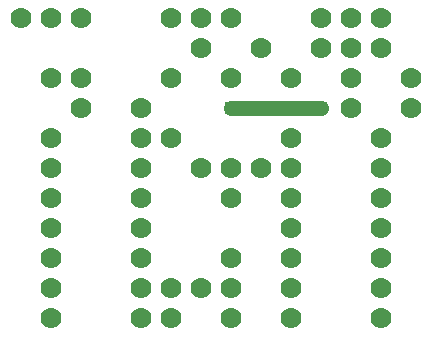
<source format=gtl>
G75*
%MOIN*%
%OFA0B0*%
%FSLAX25Y25*%
%IPPOS*%
%LPD*%
%AMOC8*
5,1,8,0,0,1.08239X$1,22.5*
%
%ADD10C,0.07000*%
%ADD11C,0.05000*%
%ADD12R,0.03962X0.03962*%
D10*
X0021600Y0021600D03*
X0021600Y0031600D03*
X0021600Y0041600D03*
X0021600Y0051600D03*
X0021600Y0061600D03*
X0021600Y0071600D03*
X0021600Y0081600D03*
X0031600Y0091600D03*
X0031600Y0101600D03*
X0021600Y0101600D03*
X0021600Y0121600D03*
X0031600Y0121600D03*
X0011600Y0121600D03*
X0051600Y0091600D03*
X0051600Y0081600D03*
X0051600Y0071600D03*
X0051600Y0061600D03*
X0051600Y0051600D03*
X0051600Y0041600D03*
X0051600Y0031600D03*
X0051600Y0021600D03*
X0061600Y0021600D03*
X0061600Y0031600D03*
X0071600Y0031600D03*
X0081600Y0031600D03*
X0081600Y0021600D03*
X0081600Y0041600D03*
X0081600Y0061600D03*
X0081600Y0071600D03*
X0091600Y0071600D03*
X0101600Y0071600D03*
X0101600Y0061600D03*
X0101600Y0051600D03*
X0101600Y0041600D03*
X0101600Y0031600D03*
X0101600Y0021600D03*
X0131600Y0021600D03*
X0131600Y0031600D03*
X0131600Y0041600D03*
X0131600Y0051600D03*
X0131600Y0061600D03*
X0131600Y0071600D03*
X0131600Y0081600D03*
X0121600Y0091600D03*
X0121600Y0101600D03*
X0131600Y0111600D03*
X0121600Y0111915D03*
X0121600Y0121600D03*
X0131600Y0121600D03*
X0111600Y0121600D03*
X0111600Y0111600D03*
X0101600Y0101600D03*
X0091600Y0111600D03*
X0081600Y0101600D03*
X0071600Y0111600D03*
X0061600Y0101600D03*
X0061600Y0081600D03*
X0071600Y0071600D03*
X0101600Y0081600D03*
X0081600Y0121600D03*
X0071600Y0121600D03*
X0061600Y0121600D03*
X0141600Y0101600D03*
X0141600Y0091600D03*
D11*
X0111600Y0091600D02*
X0081600Y0091600D01*
D12*
X0081600Y0091600D03*
X0111600Y0091600D03*
M02*

</source>
